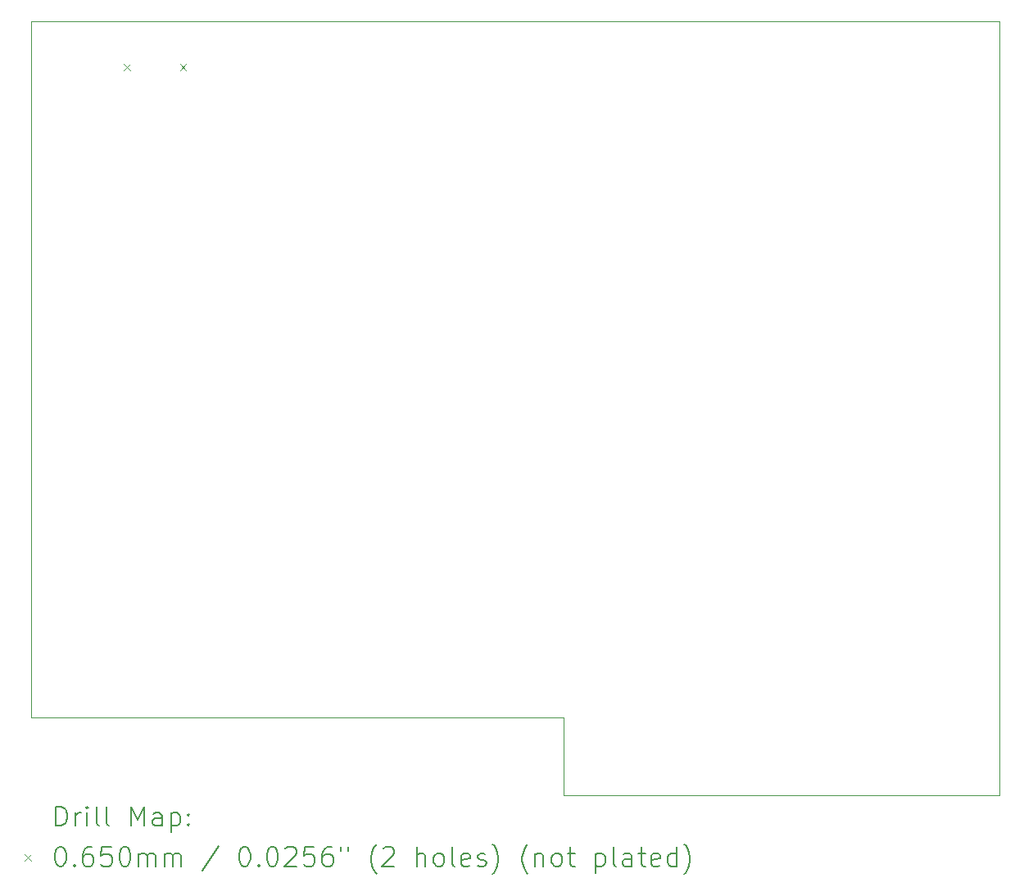
<source format=gbr>
%FSLAX45Y45*%
G04 Gerber Fmt 4.5, Leading zero omitted, Abs format (unit mm)*
G04 Created by KiCad (PCBNEW (6.0.0)) date 2022-07-02 21:46:28*
%MOMM*%
%LPD*%
G01*
G04 APERTURE LIST*
%TA.AperFunction,Profile*%
%ADD10C,0.100000*%
%TD*%
%ADD11C,0.200000*%
%ADD12C,0.065000*%
G04 APERTURE END LIST*
D10*
X8791250Y-5465000D02*
X8791250Y-12665000D01*
X14291250Y-13465000D02*
X18791250Y-13465000D01*
X18791250Y-13465000D02*
X18791250Y-12465000D01*
X18791250Y-12465000D02*
X18791250Y-5465000D01*
X14291250Y-12665000D02*
X8791250Y-12665000D01*
X14291250Y-13465000D02*
X14291250Y-12665000D01*
X18791250Y-5465000D02*
X8791250Y-5465000D01*
D11*
D12*
X9747250Y-5904000D02*
X9812250Y-5969000D01*
X9812250Y-5904000D02*
X9747250Y-5969000D01*
X10325250Y-5904000D02*
X10390250Y-5969000D01*
X10390250Y-5904000D02*
X10325250Y-5969000D01*
D11*
X9043869Y-13780476D02*
X9043869Y-13580476D01*
X9091488Y-13580476D01*
X9120060Y-13590000D01*
X9139107Y-13609048D01*
X9148631Y-13628095D01*
X9158155Y-13666190D01*
X9158155Y-13694762D01*
X9148631Y-13732857D01*
X9139107Y-13751905D01*
X9120060Y-13770952D01*
X9091488Y-13780476D01*
X9043869Y-13780476D01*
X9243869Y-13780476D02*
X9243869Y-13647143D01*
X9243869Y-13685238D02*
X9253393Y-13666190D01*
X9262917Y-13656667D01*
X9281964Y-13647143D01*
X9301012Y-13647143D01*
X9367679Y-13780476D02*
X9367679Y-13647143D01*
X9367679Y-13580476D02*
X9358155Y-13590000D01*
X9367679Y-13599524D01*
X9377202Y-13590000D01*
X9367679Y-13580476D01*
X9367679Y-13599524D01*
X9491488Y-13780476D02*
X9472440Y-13770952D01*
X9462917Y-13751905D01*
X9462917Y-13580476D01*
X9596250Y-13780476D02*
X9577202Y-13770952D01*
X9567679Y-13751905D01*
X9567679Y-13580476D01*
X9824821Y-13780476D02*
X9824821Y-13580476D01*
X9891488Y-13723333D01*
X9958155Y-13580476D01*
X9958155Y-13780476D01*
X10139107Y-13780476D02*
X10139107Y-13675714D01*
X10129583Y-13656667D01*
X10110536Y-13647143D01*
X10072440Y-13647143D01*
X10053393Y-13656667D01*
X10139107Y-13770952D02*
X10120060Y-13780476D01*
X10072440Y-13780476D01*
X10053393Y-13770952D01*
X10043869Y-13751905D01*
X10043869Y-13732857D01*
X10053393Y-13713809D01*
X10072440Y-13704286D01*
X10120060Y-13704286D01*
X10139107Y-13694762D01*
X10234345Y-13647143D02*
X10234345Y-13847143D01*
X10234345Y-13656667D02*
X10253393Y-13647143D01*
X10291488Y-13647143D01*
X10310536Y-13656667D01*
X10320060Y-13666190D01*
X10329583Y-13685238D01*
X10329583Y-13742381D01*
X10320060Y-13761428D01*
X10310536Y-13770952D01*
X10291488Y-13780476D01*
X10253393Y-13780476D01*
X10234345Y-13770952D01*
X10415298Y-13761428D02*
X10424821Y-13770952D01*
X10415298Y-13780476D01*
X10405774Y-13770952D01*
X10415298Y-13761428D01*
X10415298Y-13780476D01*
X10415298Y-13656667D02*
X10424821Y-13666190D01*
X10415298Y-13675714D01*
X10405774Y-13666190D01*
X10415298Y-13656667D01*
X10415298Y-13675714D01*
D12*
X8721250Y-14077500D02*
X8786250Y-14142500D01*
X8786250Y-14077500D02*
X8721250Y-14142500D01*
D11*
X9081964Y-14000476D02*
X9101012Y-14000476D01*
X9120060Y-14010000D01*
X9129583Y-14019524D01*
X9139107Y-14038571D01*
X9148631Y-14076667D01*
X9148631Y-14124286D01*
X9139107Y-14162381D01*
X9129583Y-14181428D01*
X9120060Y-14190952D01*
X9101012Y-14200476D01*
X9081964Y-14200476D01*
X9062917Y-14190952D01*
X9053393Y-14181428D01*
X9043869Y-14162381D01*
X9034345Y-14124286D01*
X9034345Y-14076667D01*
X9043869Y-14038571D01*
X9053393Y-14019524D01*
X9062917Y-14010000D01*
X9081964Y-14000476D01*
X9234345Y-14181428D02*
X9243869Y-14190952D01*
X9234345Y-14200476D01*
X9224821Y-14190952D01*
X9234345Y-14181428D01*
X9234345Y-14200476D01*
X9415298Y-14000476D02*
X9377202Y-14000476D01*
X9358155Y-14010000D01*
X9348631Y-14019524D01*
X9329583Y-14048095D01*
X9320060Y-14086190D01*
X9320060Y-14162381D01*
X9329583Y-14181428D01*
X9339107Y-14190952D01*
X9358155Y-14200476D01*
X9396250Y-14200476D01*
X9415298Y-14190952D01*
X9424821Y-14181428D01*
X9434345Y-14162381D01*
X9434345Y-14114762D01*
X9424821Y-14095714D01*
X9415298Y-14086190D01*
X9396250Y-14076667D01*
X9358155Y-14076667D01*
X9339107Y-14086190D01*
X9329583Y-14095714D01*
X9320060Y-14114762D01*
X9615298Y-14000476D02*
X9520060Y-14000476D01*
X9510536Y-14095714D01*
X9520060Y-14086190D01*
X9539107Y-14076667D01*
X9586726Y-14076667D01*
X9605774Y-14086190D01*
X9615298Y-14095714D01*
X9624821Y-14114762D01*
X9624821Y-14162381D01*
X9615298Y-14181428D01*
X9605774Y-14190952D01*
X9586726Y-14200476D01*
X9539107Y-14200476D01*
X9520060Y-14190952D01*
X9510536Y-14181428D01*
X9748631Y-14000476D02*
X9767679Y-14000476D01*
X9786726Y-14010000D01*
X9796250Y-14019524D01*
X9805774Y-14038571D01*
X9815298Y-14076667D01*
X9815298Y-14124286D01*
X9805774Y-14162381D01*
X9796250Y-14181428D01*
X9786726Y-14190952D01*
X9767679Y-14200476D01*
X9748631Y-14200476D01*
X9729583Y-14190952D01*
X9720060Y-14181428D01*
X9710536Y-14162381D01*
X9701012Y-14124286D01*
X9701012Y-14076667D01*
X9710536Y-14038571D01*
X9720060Y-14019524D01*
X9729583Y-14010000D01*
X9748631Y-14000476D01*
X9901012Y-14200476D02*
X9901012Y-14067143D01*
X9901012Y-14086190D02*
X9910536Y-14076667D01*
X9929583Y-14067143D01*
X9958155Y-14067143D01*
X9977202Y-14076667D01*
X9986726Y-14095714D01*
X9986726Y-14200476D01*
X9986726Y-14095714D02*
X9996250Y-14076667D01*
X10015298Y-14067143D01*
X10043869Y-14067143D01*
X10062917Y-14076667D01*
X10072440Y-14095714D01*
X10072440Y-14200476D01*
X10167679Y-14200476D02*
X10167679Y-14067143D01*
X10167679Y-14086190D02*
X10177202Y-14076667D01*
X10196250Y-14067143D01*
X10224821Y-14067143D01*
X10243869Y-14076667D01*
X10253393Y-14095714D01*
X10253393Y-14200476D01*
X10253393Y-14095714D02*
X10262917Y-14076667D01*
X10281964Y-14067143D01*
X10310536Y-14067143D01*
X10329583Y-14076667D01*
X10339107Y-14095714D01*
X10339107Y-14200476D01*
X10729583Y-13990952D02*
X10558155Y-14248095D01*
X10986726Y-14000476D02*
X11005774Y-14000476D01*
X11024821Y-14010000D01*
X11034345Y-14019524D01*
X11043869Y-14038571D01*
X11053393Y-14076667D01*
X11053393Y-14124286D01*
X11043869Y-14162381D01*
X11034345Y-14181428D01*
X11024821Y-14190952D01*
X11005774Y-14200476D01*
X10986726Y-14200476D01*
X10967679Y-14190952D01*
X10958155Y-14181428D01*
X10948631Y-14162381D01*
X10939107Y-14124286D01*
X10939107Y-14076667D01*
X10948631Y-14038571D01*
X10958155Y-14019524D01*
X10967679Y-14010000D01*
X10986726Y-14000476D01*
X11139107Y-14181428D02*
X11148631Y-14190952D01*
X11139107Y-14200476D01*
X11129583Y-14190952D01*
X11139107Y-14181428D01*
X11139107Y-14200476D01*
X11272440Y-14000476D02*
X11291488Y-14000476D01*
X11310536Y-14010000D01*
X11320059Y-14019524D01*
X11329583Y-14038571D01*
X11339107Y-14076667D01*
X11339107Y-14124286D01*
X11329583Y-14162381D01*
X11320059Y-14181428D01*
X11310536Y-14190952D01*
X11291488Y-14200476D01*
X11272440Y-14200476D01*
X11253393Y-14190952D01*
X11243869Y-14181428D01*
X11234345Y-14162381D01*
X11224821Y-14124286D01*
X11224821Y-14076667D01*
X11234345Y-14038571D01*
X11243869Y-14019524D01*
X11253393Y-14010000D01*
X11272440Y-14000476D01*
X11415298Y-14019524D02*
X11424821Y-14010000D01*
X11443869Y-14000476D01*
X11491488Y-14000476D01*
X11510536Y-14010000D01*
X11520059Y-14019524D01*
X11529583Y-14038571D01*
X11529583Y-14057619D01*
X11520059Y-14086190D01*
X11405774Y-14200476D01*
X11529583Y-14200476D01*
X11710536Y-14000476D02*
X11615298Y-14000476D01*
X11605774Y-14095714D01*
X11615298Y-14086190D01*
X11634345Y-14076667D01*
X11681964Y-14076667D01*
X11701012Y-14086190D01*
X11710536Y-14095714D01*
X11720059Y-14114762D01*
X11720059Y-14162381D01*
X11710536Y-14181428D01*
X11701012Y-14190952D01*
X11681964Y-14200476D01*
X11634345Y-14200476D01*
X11615298Y-14190952D01*
X11605774Y-14181428D01*
X11891488Y-14000476D02*
X11853393Y-14000476D01*
X11834345Y-14010000D01*
X11824821Y-14019524D01*
X11805774Y-14048095D01*
X11796250Y-14086190D01*
X11796250Y-14162381D01*
X11805774Y-14181428D01*
X11815298Y-14190952D01*
X11834345Y-14200476D01*
X11872440Y-14200476D01*
X11891488Y-14190952D01*
X11901012Y-14181428D01*
X11910536Y-14162381D01*
X11910536Y-14114762D01*
X11901012Y-14095714D01*
X11891488Y-14086190D01*
X11872440Y-14076667D01*
X11834345Y-14076667D01*
X11815298Y-14086190D01*
X11805774Y-14095714D01*
X11796250Y-14114762D01*
X11986726Y-14000476D02*
X11986726Y-14038571D01*
X12062917Y-14000476D02*
X12062917Y-14038571D01*
X12358155Y-14276667D02*
X12348631Y-14267143D01*
X12329583Y-14238571D01*
X12320059Y-14219524D01*
X12310536Y-14190952D01*
X12301012Y-14143333D01*
X12301012Y-14105238D01*
X12310536Y-14057619D01*
X12320059Y-14029048D01*
X12329583Y-14010000D01*
X12348631Y-13981428D01*
X12358155Y-13971905D01*
X12424821Y-14019524D02*
X12434345Y-14010000D01*
X12453393Y-14000476D01*
X12501012Y-14000476D01*
X12520059Y-14010000D01*
X12529583Y-14019524D01*
X12539107Y-14038571D01*
X12539107Y-14057619D01*
X12529583Y-14086190D01*
X12415298Y-14200476D01*
X12539107Y-14200476D01*
X12777202Y-14200476D02*
X12777202Y-14000476D01*
X12862917Y-14200476D02*
X12862917Y-14095714D01*
X12853393Y-14076667D01*
X12834345Y-14067143D01*
X12805774Y-14067143D01*
X12786726Y-14076667D01*
X12777202Y-14086190D01*
X12986726Y-14200476D02*
X12967678Y-14190952D01*
X12958155Y-14181428D01*
X12948631Y-14162381D01*
X12948631Y-14105238D01*
X12958155Y-14086190D01*
X12967678Y-14076667D01*
X12986726Y-14067143D01*
X13015298Y-14067143D01*
X13034345Y-14076667D01*
X13043869Y-14086190D01*
X13053393Y-14105238D01*
X13053393Y-14162381D01*
X13043869Y-14181428D01*
X13034345Y-14190952D01*
X13015298Y-14200476D01*
X12986726Y-14200476D01*
X13167678Y-14200476D02*
X13148631Y-14190952D01*
X13139107Y-14171905D01*
X13139107Y-14000476D01*
X13320059Y-14190952D02*
X13301012Y-14200476D01*
X13262917Y-14200476D01*
X13243869Y-14190952D01*
X13234345Y-14171905D01*
X13234345Y-14095714D01*
X13243869Y-14076667D01*
X13262917Y-14067143D01*
X13301012Y-14067143D01*
X13320059Y-14076667D01*
X13329583Y-14095714D01*
X13329583Y-14114762D01*
X13234345Y-14133809D01*
X13405774Y-14190952D02*
X13424821Y-14200476D01*
X13462917Y-14200476D01*
X13481964Y-14190952D01*
X13491488Y-14171905D01*
X13491488Y-14162381D01*
X13481964Y-14143333D01*
X13462917Y-14133809D01*
X13434345Y-14133809D01*
X13415298Y-14124286D01*
X13405774Y-14105238D01*
X13405774Y-14095714D01*
X13415298Y-14076667D01*
X13434345Y-14067143D01*
X13462917Y-14067143D01*
X13481964Y-14076667D01*
X13558155Y-14276667D02*
X13567678Y-14267143D01*
X13586726Y-14238571D01*
X13596250Y-14219524D01*
X13605774Y-14190952D01*
X13615298Y-14143333D01*
X13615298Y-14105238D01*
X13605774Y-14057619D01*
X13596250Y-14029048D01*
X13586726Y-14010000D01*
X13567678Y-13981428D01*
X13558155Y-13971905D01*
X13920059Y-14276667D02*
X13910536Y-14267143D01*
X13891488Y-14238571D01*
X13881964Y-14219524D01*
X13872440Y-14190952D01*
X13862917Y-14143333D01*
X13862917Y-14105238D01*
X13872440Y-14057619D01*
X13881964Y-14029048D01*
X13891488Y-14010000D01*
X13910536Y-13981428D01*
X13920059Y-13971905D01*
X13996250Y-14067143D02*
X13996250Y-14200476D01*
X13996250Y-14086190D02*
X14005774Y-14076667D01*
X14024821Y-14067143D01*
X14053393Y-14067143D01*
X14072440Y-14076667D01*
X14081964Y-14095714D01*
X14081964Y-14200476D01*
X14205774Y-14200476D02*
X14186726Y-14190952D01*
X14177202Y-14181428D01*
X14167678Y-14162381D01*
X14167678Y-14105238D01*
X14177202Y-14086190D01*
X14186726Y-14076667D01*
X14205774Y-14067143D01*
X14234345Y-14067143D01*
X14253393Y-14076667D01*
X14262917Y-14086190D01*
X14272440Y-14105238D01*
X14272440Y-14162381D01*
X14262917Y-14181428D01*
X14253393Y-14190952D01*
X14234345Y-14200476D01*
X14205774Y-14200476D01*
X14329583Y-14067143D02*
X14405774Y-14067143D01*
X14358155Y-14000476D02*
X14358155Y-14171905D01*
X14367678Y-14190952D01*
X14386726Y-14200476D01*
X14405774Y-14200476D01*
X14624821Y-14067143D02*
X14624821Y-14267143D01*
X14624821Y-14076667D02*
X14643869Y-14067143D01*
X14681964Y-14067143D01*
X14701012Y-14076667D01*
X14710536Y-14086190D01*
X14720059Y-14105238D01*
X14720059Y-14162381D01*
X14710536Y-14181428D01*
X14701012Y-14190952D01*
X14681964Y-14200476D01*
X14643869Y-14200476D01*
X14624821Y-14190952D01*
X14834345Y-14200476D02*
X14815298Y-14190952D01*
X14805774Y-14171905D01*
X14805774Y-14000476D01*
X14996250Y-14200476D02*
X14996250Y-14095714D01*
X14986726Y-14076667D01*
X14967678Y-14067143D01*
X14929583Y-14067143D01*
X14910536Y-14076667D01*
X14996250Y-14190952D02*
X14977202Y-14200476D01*
X14929583Y-14200476D01*
X14910536Y-14190952D01*
X14901012Y-14171905D01*
X14901012Y-14152857D01*
X14910536Y-14133809D01*
X14929583Y-14124286D01*
X14977202Y-14124286D01*
X14996250Y-14114762D01*
X15062917Y-14067143D02*
X15139107Y-14067143D01*
X15091488Y-14000476D02*
X15091488Y-14171905D01*
X15101012Y-14190952D01*
X15120059Y-14200476D01*
X15139107Y-14200476D01*
X15281964Y-14190952D02*
X15262917Y-14200476D01*
X15224821Y-14200476D01*
X15205774Y-14190952D01*
X15196250Y-14171905D01*
X15196250Y-14095714D01*
X15205774Y-14076667D01*
X15224821Y-14067143D01*
X15262917Y-14067143D01*
X15281964Y-14076667D01*
X15291488Y-14095714D01*
X15291488Y-14114762D01*
X15196250Y-14133809D01*
X15462917Y-14200476D02*
X15462917Y-14000476D01*
X15462917Y-14190952D02*
X15443869Y-14200476D01*
X15405774Y-14200476D01*
X15386726Y-14190952D01*
X15377202Y-14181428D01*
X15367678Y-14162381D01*
X15367678Y-14105238D01*
X15377202Y-14086190D01*
X15386726Y-14076667D01*
X15405774Y-14067143D01*
X15443869Y-14067143D01*
X15462917Y-14076667D01*
X15539107Y-14276667D02*
X15548631Y-14267143D01*
X15567678Y-14238571D01*
X15577202Y-14219524D01*
X15586726Y-14190952D01*
X15596250Y-14143333D01*
X15596250Y-14105238D01*
X15586726Y-14057619D01*
X15577202Y-14029048D01*
X15567678Y-14010000D01*
X15548631Y-13981428D01*
X15539107Y-13971905D01*
M02*

</source>
